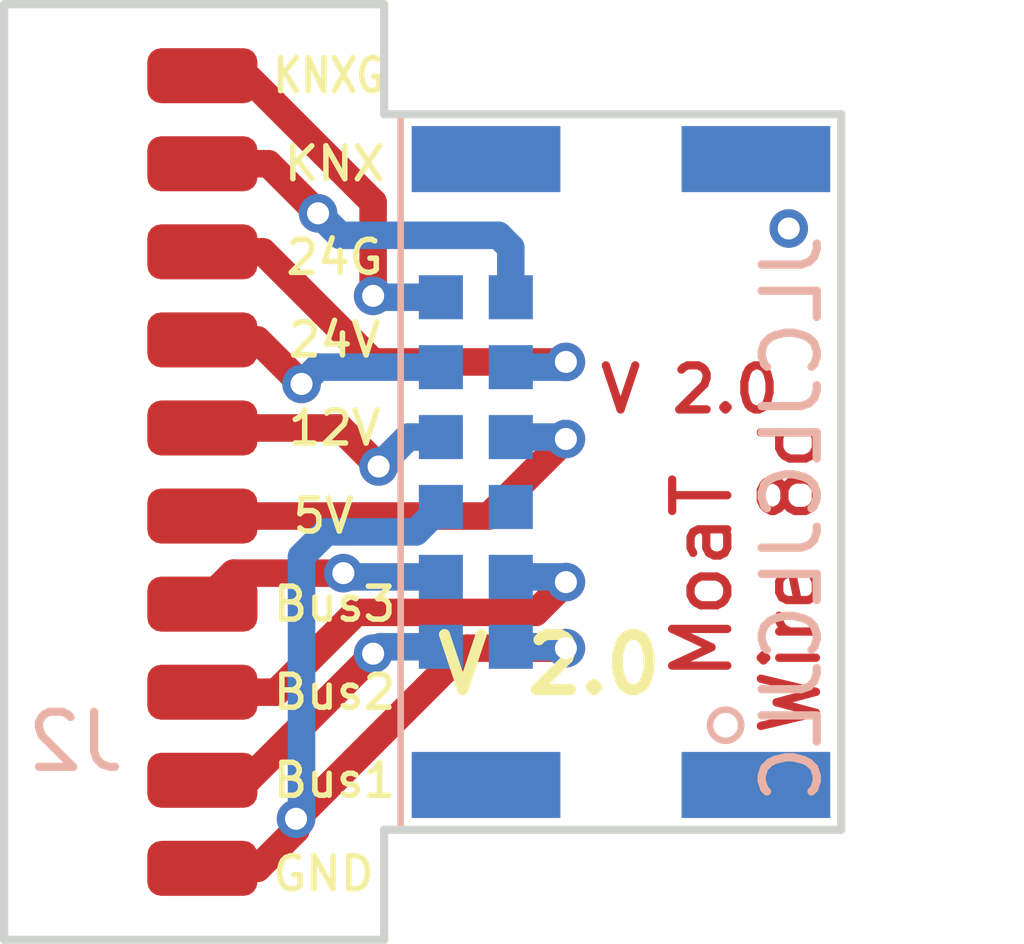
<source format=kicad_pcb>
(kicad_pcb (version 20220225) (generator pcbnew)
  (layers (0 "F.Cu" signal) (31 "B.Cu" signal) (34 "B.Paste" user) (35 "F.Paste" user) (36 "B.SilkS" user "B.Silkscreen") (37 "F.SilkS" user "F.Silkscreen") (38 "B.Mask" user) (39 "F.Mask" user) (44 "Edge.Cuts" user))
  (net 0 "")
  (net 1 "/12V")
  (net 2 "/GND")
  (net 3 "/GNDPWR")
  (net 4 "/24V")
  (net 5 "/Bus2")
  (net 6 "/Bus1")
  (net 7 "/Bus3")
  (net 8 "/5V")
  (net 10 "/KNX")
  (net 11 "/GKNX")
  (footprint "Connector_Wire:SolderWirePad_1x01_SMD_1x2mm" (layer "F.Cu") (at 26.4 56.8 -90)
    (fp_text reference "J3" hide)
    (fp_text value "Bus1" (at 0 -2.4 -180) (layer "F.SilkS") (effects (font (size 0.6 0.6) (thickness 0.1) bold)))
    (pad "1" smd roundrect (at 0 0 270) (size 1 2) (layers "F.Cu" "F.Paste" "F.Mask") (net 6 "/Bus1"))
  )
  (footprint "Connector_Wire:SolderWirePad_1x01_SMD_1x2mm" (layer "F.Cu") (at 26.4 50.4 -90)
    (fp_text reference "J7" hide)
    (fp_text value "12V" (at 0 -2.4 -180) (layer "F.SilkS") (effects (font (size 0.6 0.6) (thickness 0.1) bold)))
    (pad "1" smd roundrect (at 0 0 270) (size 1 2) (layers "F.Cu" "F.Paste" "F.Mask") (net 1 "/12V"))
  )
  (footprint "MountingHole:MountingHole_2.1mm" (layer "F.Cu") (at 24.2 44)
    (fp_text reference "REF**" hide)
    (fp_text value "MountingHole_2.1mm" hide)
    (pad "" np_thru_hole circle (at 0 0) (size 0.1 0.1) (drill 1) (layers F&B.Cu *.Mask))
  )
  (footprint "Connector_Wire:SolderWirePad_1x01_SMD_1x2mm" (layer "F.Cu") (at 26.4 52 -90)
    (fp_text reference "J6" hide)
    (fp_text value "5V" (at 0 -2.2 -180) (layer "F.SilkS") (effects (font (size 0.6 0.6) (thickness 0.1) bold)))
    (pad "1" smd roundrect (at 0 0 270) (size 1 2) (layers "F.Cu" "F.Paste" "F.Mask") (net 8 "/5V"))
  )
  (footprint "MountingHole:MountingHole_2.1mm" (layer "F.Cu") (at 24.2 50.4)
    (fp_text reference "REF**" hide)
    (fp_text value "MountingHole_2.1mm" hide)
    (pad "" np_thru_hole circle (at 0 0) (size 0.1 0.1) (drill 1) (layers F&B.Cu *.Mask))
  )
  (footprint "MountingHole:MountingHole_2.1mm" (layer "F.Cu") (at 24.2 47.2)
    (fp_text reference "REF**" hide)
    (fp_text value "MountingHole_2.1mm" hide)
    (pad "" np_thru_hole circle (at 0 0) (size 0.1 0.1) (drill 1) (layers F&B.Cu *.Mask))
  )
  (footprint "Connector_Wire:SolderWirePad_1x01_SMD_1x2mm" (layer "F.Cu") (at 26.4 44 -90)
    (fp_text reference "J11" hide)
    (fp_text value "KNXG" (at 0 -2.3 -180) (layer "F.SilkS") (effects (font (size 0.6 0.5) (thickness 0.1) bold)))
    (pad "1" smd roundrect (at 0 0 270) (size 1 2) (layers "F.Cu" "F.Paste" "F.Mask") (net 11 "/GKNX"))
  )
  (footprint "MountingHole:MountingHole_2.1mm" (layer "F.Cu") (at 24.2 45.6)
    (fp_text reference "REF**" hide)
    (fp_text value "MountingHole_2.1mm" hide)
    (pad "" np_thru_hole circle (at 0 0) (size 0.1 0.1) (drill 1) (layers F&B.Cu *.Mask))
  )
  (footprint "MountingHole:MountingHole_2.1mm" (layer "F.Cu") (at 24.2 48.8)
    (fp_text reference "REF**" hide)
    (fp_text value "MountingHole_2.1mm" hide)
    (pad "" np_thru_hole circle (at 0 0) (size 0.1 0.1) (drill 1) (layers F&B.Cu *.Mask))
  )
  (footprint "Connector_Wire:SolderWirePad_1x01_SMD_1x2mm" (layer "F.Cu") (at 26.4 58.4 -90)
    (fp_text reference "J1" hide)
    (fp_text value "GND" (at 0.1 -2.2 -180) (layer "F.SilkS") (effects (font (size 0.6 0.6) (thickness 0.1) bold)))
    (pad "1" smd roundrect (at 0 0 270) (size 1 2) (layers "F.Cu" "F.Paste" "F.Mask") (net 2 "/GND"))
  )
  (footprint "MountingHole:MountingHole_2.1mm" (layer "F.Cu") (at 24.2 52)
    (fp_text reference "REF**" hide)
    (fp_text value "MountingHole_2.1mm" hide)
    (pad "" np_thru_hole circle (at 0 0) (size 0.1 0.1) (drill 1) (layers F&B.Cu *.Mask))
  )
  (footprint "MountingHole:MountingHole_2.1mm" (layer "F.Cu") (at 24.2 55.2)
    (fp_text reference "REF**" hide)
    (fp_text value "MountingHole_2.1mm" hide)
    (pad "" np_thru_hole circle (at 0 0) (size 0.1 0.1) (drill 1) (layers F&B.Cu *.Mask))
  )
  (footprint "Connector_Wire:SolderWirePad_1x01_SMD_1x2mm" (layer "F.Cu") (at 26.4 55.2 -90)
    (fp_text reference "J4" hide)
    (fp_text value "Bus2" (at 0 -2.4 -180) (layer "F.SilkS") (effects (font (size 0.6 0.6) (thickness 0.1) bold)))
    (pad "1" smd roundrect (at 0 0 270) (size 1 2) (layers "F.Cu" "F.Paste" "F.Mask") (net 5 "/Bus2"))
  )
  (footprint "Connector_Wire:SolderWirePad_1x01_SMD_1x2mm" (layer "F.Cu") (at 26.4 47.2 -90)
    (fp_text reference "J9" hide)
    (fp_text value "24G" (at 0.1 -2.4 -180) (layer "F.SilkS") (effects (font (size 0.6 0.6) (thickness 0.1) bold)))
    (pad "1" smd roundrect (at 0 0 270) (size 1 2) (layers "F.Cu" "F.Paste" "F.Mask") (net 3 "/GNDPWR"))
  )
  (footprint "MountingHole:MountingHole_2.1mm" (layer "F.Cu") (at 24.2 58.4)
    (fp_text reference "REF**" hide)
    (fp_text value "MountingHole_2.1mm" hide)
    (pad "" np_thru_hole circle (at 0 0) (size 0.1 0.1) (drill 1) (layers F&B.Cu *.Mask))
  )
  (footprint "Connector_Wire:SolderWirePad_1x01_SMD_1x2mm" (layer "F.Cu") (at 26.4 45.6 -90)
    (fp_text reference "J10" hide)
    (fp_text value "KNX" (at 0 -2.4 -180) (layer "F.SilkS") (effects (font (size 0.6 0.6) (thickness 0.1) bold)))
    (pad "1" smd roundrect (at 0 0 270) (size 1 2) (layers "F.Cu" "F.Paste" "F.Mask") (net 10 "/KNX"))
  )
  (footprint "MountingHole:MountingHole_2.1mm" (layer "F.Cu") (at 24.2 53.6)
    (fp_text reference "REF**" hide)
    (fp_text value "MountingHole_2.1mm" hide)
    (pad "" np_thru_hole circle (at 0 0) (size 0.1 0.1) (drill 1) (layers F&B.Cu *.Mask))
  )
  (footprint "Connector_Wire:SolderWirePad_1x01_SMD_1x2mm" (layer "F.Cu") (at 26.4 48.8 -90)
    (fp_text reference "J8" hide)
    (fp_text value "24V" (at 0 -2.4 -180) (layer "F.SilkS") (effects (font (size 0.6 0.6) (thickness 0.1) bold)))
    (pad "1" smd roundrect (at 0 0 270) (size 1 2) (layers "F.Cu" "F.Paste" "F.Mask") (net 4 "/24V"))
  )
  (footprint "MountingHole:MountingHole_2.1mm" (layer "F.Cu") (at 24.2 56.8)
    (fp_text reference "REF**" hide)
    (fp_text value "MountingHole_2.1mm" hide)
    (pad "" np_thru_hole circle (at 0 0) (size 0.1 0.1) (drill 1) (layers F&B.Cu *.Mask))
  )
  (footprint "Connector_Wire:SolderWirePad_1x01_SMD_1x2mm" (layer "F.Cu") (at 26.4 53.6 -90)
    (fp_text reference "J5" hide)
    (fp_text value "Bus3" (at 0 -2.4 -180) (layer "F.SilkS") (effects (font (size 0.6 0.6) (thickness 0.1) bold)))
    (pad "1" smd roundrect (at 0 0 270) (size 1 2) (layers "F.Cu" "F.Paste" "F.Mask") (net 7 "/Bus3"))
  )
  (footprint "localstuff:MoaT_12_Pin_H" (layer "B.Cu") (at 34 51.2 -90)
    (fp_text reference "J2" (at 4.9 9.9 180) (layer "B.SilkS") (effects (justify mirror)))
    (fp_text value "Moat_Wire_12")
    (fp_line (start -6.5 -4) (end -6.5 4) (stroke (width 0.12)) (layer "B.SilkS"))
    (fp_line (start -6.5 4) (end 6.5 4) (stroke (width 0.12)) (layer "B.SilkS"))
    (fp_line (start 6.5 -4) (end -6.5 -4) (stroke (width 0.12)) (layer "B.SilkS"))
    (fp_line (start 6.5 -4) (end 6.5 4) (stroke (width 0.12)) (layer "B.SilkS"))
    (fp_circle (center 4.6 -1.9) (end 4.4 -2.1) (stroke (width 0.12)) (fill none) (layer "B.SilkS"))
    (pad "" smd rect (at -5.685 -2.45 180) (size 2.7 1.2) (layers "B.Cu" "B.Paste" "B.Mask"))
    (pad "" smd rect (at -5.685 2.45 180) (size 2.7 1.2) (layers "B.Cu" "B.Paste" "B.Mask"))
    (pad "" np_thru_hole circle (at -5.385 0 180) (size 1.65 1.65) (drill 1.65) (layers F&B.Cu))
    (pad "" np_thru_hole circle (at 5.385 0) (size 1.65 1.65) (drill 1.65) (layers F&B.Cu))
    (pad "" smd rect (at 5.685 -2.45) (size 2.7 1.2) (layers "B.Cu" "B.Paste" "B.Mask"))
    (pad "" smd rect (at 5.685 2.45) (size 2.7 1.2) (layers "B.Cu" "B.Paste" "B.Mask"))
    (pad "1" smd rect locked (at 3.175 2) (size 0.8 0.8) (layers "B.Cu" "B.Paste" "B.Mask") (net 2 "/GND"))
    (pad "2" smd rect locked (at 3.175 3.27) (size 0.8 0.8) (layers "B.Cu" "B.Paste" "B.Mask") (net 6 "/Bus1"))
    (pad "3" smd rect locked (at 1.905 2) (size 0.8 0.8) (layers "B.Cu" "B.Paste" "B.Mask") (net 5 "/Bus2"))
    (pad "4" smd rect locked (at 1.905 3.27) (size 0.8 0.8) (layers "B.Cu" "B.Paste" "B.Mask") (net 7 "/Bus3"))
    (pad "5" smd rect locked (at 0.635 2) (size 0.8 0.8) (layers "B.Cu" "B.Paste" "B.Mask"))
    (pad "6" smd rect locked (at 0.635 3.27) (size 0.8 0.8) (layers "B.Cu" "B.Paste" "B.Mask") (net 2 "/GND"))
    (pad "7" smd rect locked (at -0.635 2) (size 0.8 0.8) (layers "B.Cu" "B.Paste" "B.Mask") (net 8 "/5V"))
    (pad "8" smd rect locked (at -0.635 3.27) (size 0.8 0.8) (layers "B.Cu" "B.Paste" "B.Mask") (net 1 "/12V"))
    (pad "9" smd rect locked (at -1.905 2) (size 0.8 0.8) (layers "B.Cu" "B.Paste" "B.Mask") (net 3 "/GNDPWR"))
    (pad "10" smd rect locked (at -1.905 3.27) (size 0.8 0.8) (layers "B.Cu" "B.Paste" "B.Mask") (net 4 "/24V"))
    (pad "11" smd rect locked (at -3.175 2) (size 0.8 0.8) (layers "B.Cu" "B.Paste" "B.Mask") (net 10 "/KNX"))
    (pad "12" smd rect locked (at -3.175 3.27) (size 0.8 0.8) (layers "B.Cu" "B.Paste" "B.Mask") (net 11 "/GKNX"))
  )
  (gr_line (start 22.8 42.7) (end 22.8 59.7) (stroke (width 0.15)) (layer "Edge.Cuts"))
  (gr_line (start 29.7 59.7) (end 29.7 57.7) (stroke (width 0.15)) (layer "Edge.Cuts"))
  (gr_line (start 38 57.7) (end 29.7 57.7) (stroke (width 0.15)) (layer "Edge.Cuts"))
  (gr_line (start 22.8 59.7) (end 29.7 59.7) (stroke (width 0.15)) (layer "Edge.Cuts"))
  (gr_line (start 29.7 44.7) (end 38 44.7) (stroke (width 0.15)) (layer "Edge.Cuts"))
  (gr_line (start 29.7 42.7) (end 29.7 44.7) (stroke (width 0.15)) (layer "Edge.Cuts"))
  (gr_line (start 22.8 42.7) (end 29.7 42.7) (stroke (width 0.15)) (layer "Edge.Cuts"))
  (gr_line (start 38 44.7) (end 38 57.7) (stroke (width 0.15)) (layer "Edge.Cuts"))
  (gr_text "V 2.0" (at 35.25 49.7) (layer "F.Cu") (effects (font (size 0.8 0.8))))
  (gr_text "MoaT\nWire 8d" (at 36.28 53.098 90) (layer "F.Cu") (effects (font (size 1 1))))
  (gr_text "JLCJLCJLCJLC" (at 37.1 52.05 90) (layer "B.SilkS") (effects (font (size 1 1)) (justify mirror)))
  (gr_text "V 2.0" (at 32.7 54.7) (layer "F.SilkS") (effects (font (size 1 1) (thickness 0.2))))
  (segment (start 26.4 50.4) (end 28.9 50.4) (width 0.5) (layer "F.Cu") (net 1))
  (segment (start 28.9 50.4) (end 29.6 51.1) (width 0.5) (layer "F.Cu") (net 1))
  (via (at 29.6 51.1) (size 0.7) (drill 0.4) (layers "F.Cu" "B.Cu") (net 1))
  (segment (start 30.73 50.565) (end 30.135 50.565) (width 0.5) (layer "B.Cu") (net 1))
  (segment (start 30.135 50.565) (end 29.6 51.1) (width 0.5) (layer "B.Cu") (net 1))
  (segment (start 26.4 58.4) (end 27.4 58.4) (width 0.5) (layer "F.Cu") (net 2))
  (segment (start 31.2 54.4) (end 28.1 57.5) (width 0.5) (layer "F.Cu") (net 2))
  (segment (start 28.1 57.7) (end 28.1 57.5) (width 0.5) (layer "F.Cu") (net 2))
  (segment (start 27.4 58.4) (end 28.1 57.7) (width 0.5) (layer "F.Cu") (net 2))
  (segment (start 33 54.4) (end 31.2 54.4) (width 0.5) (layer "F.Cu") (net 2))
  (via (at 28.1 57.5) (size 0.7) (drill 0.4) (layers "F.Cu" "B.Cu") (net 2))
  (via (at 33 54.4) (size 0.7) (drill 0.4) (layers "F.Cu" "B.Cu") (net 2))
  (via (at 37.046 46.776) (size 0.7) (drill 0.4) (layers "F.Cu" "B.Cu") (net 2))
  (segment (start 30.73 51.835) (end 30.277304 52.287696) (width 0.5) (layer "B.Cu") (net 2))
  (segment (start 30.277304 52.287696) (end 28.648978 52.287696) (width 0.5) (layer "B.Cu") (net 2))
  (segment (start 32.975 54.375) (end 33 54.4) (width 0.5) (layer "B.Cu") (net 2))
  (segment (start 28.2 52.736674) (end 28.2 57.4) (width 0.5) (layer "B.Cu") (net 2))
  (segment (start 28.2 57.4) (end 28.1 57.5) (width 0.5) (layer "B.Cu") (net 2))
  (segment (start 32 54.375) (end 32.975 54.375) (width 0.5) (layer "B.Cu") (net 2))
  (segment (start 28.648978 52.287696) (end 28.2 52.736674) (width 0.5) (layer "B.Cu") (net 2))
  (segment (start 29.5 49.2) (end 33 49.2) (width 0.5) (layer "F.Cu") (net 3))
  (segment (start 26.4 47.2) (end 27.5 47.2) (width 0.5) (layer "F.Cu") (net 3))
  (segment (start 27.5 47.2) (end 29.5 49.2) (width 0.5) (layer "F.Cu") (net 3))
  (via (at 33 49.2) (size 0.7) (drill 0.4) (layers "F.Cu" "B.Cu") (net 3))
  (segment (start 32 49.295) (end 32.905 49.295) (width 0.5) (layer "B.Cu") (net 3))
  (segment (start 32.905 49.295) (end 33 49.2) (width 0.5) (layer "B.Cu") (net 3))
  (segment (start 26.4 48.8) (end 27.4 48.8) (width 0.5) (layer "F.Cu") (net 4))
  (segment (start 27.4 48.8) (end 28.2 49.6) (width 0.5) (layer "F.Cu") (net 4))
  (via (at 28.2 49.6) (size 0.7) (drill 0.4) (layers "F.Cu" "B.Cu") (net 4))
  (segment (start 30.73 49.295) (end 28.505 49.295) (width 0.5) (layer "B.Cu") (net 4))
  (segment (start 28.505 49.295) (end 28.2 49.6) (width 0.5) (layer "B.Cu") (net 4))
  (segment (start 27.740044 55.2) (end 29.189545 53.750499) (width 0.5) (layer "F.Cu") (net 5))
  (segment (start 26.4 55.2) (end 27.740044 55.2) (width 0.5) (layer "F.Cu") (net 5))
  (segment (start 29.189545 53.750499) (end 32.449501 53.750499) (width 0.5) (layer "F.Cu") (net 5))
  (segment (start 32.449501 53.750499) (end 33 53.2) (width 0.5) (layer "F.Cu") (net 5))
  (via (at 33 53.2) (size 0.7) (drill 0.4) (layers "F.Cu" "B.Cu") (net 5))
  (segment (start 32 53.105) (end 32.905 53.105) (width 0.5) (layer "B.Cu") (net 5))
  (segment (start 32.905 53.105) (end 33 53.2) (width 0.5) (layer "B.Cu") (net 5))
  (segment (start 27.218547 56.8) (end 29.5 54.518547) (width 0.5) (layer "F.Cu") (net 6))
  (segment (start 29.5 54.518547) (end 29.5 54.5) (width 0.5) (layer "F.Cu") (net 6))
  (segment (start 26.4 56.8) (end 27.218547 56.8) (width 0.5) (layer "F.Cu") (net 6))
  (via (at 29.5 54.5) (size 0.7) (drill 0.4) (layers "F.Cu" "B.Cu") (net 6))
  (segment (start 29.625 54.375) (end 29.5 54.5) (width 0.5) (layer "B.Cu") (net 6))
  (segment (start 30.73 54.375) (end 29.625 54.375) (width 0.5) (layer "B.Cu") (net 6))
  (segment (start 26.4 53.6) (end 26.962803 53.037197) (width 0.5) (layer "F.Cu") (net 7))
  (segment (start 26.962803 53.037197) (end 28.959433 53.037197) (width 0.5) (layer "F.Cu") (net 7))
  (via (at 28.959433 53.037197) (size 0.7) (drill 0.4) (layers "F.Cu" "B.Cu") (net 7))
  (segment (start 29.027236 53.105) (end 28.959433 53.037197) (width 0.5) (layer "B.Cu") (net 7))
  (segment (start 30.73 53.105) (end 29.027236 53.105) (width 0.5) (layer "B.Cu") (net 7))
  (segment (start 26.4 52) (end 31.6 52) (width 0.5) (layer "F.Cu") (net 8))
  (segment (start 31.6 52) (end 33 50.6) (width 0.5) (layer "F.Cu") (net 8))
  (via (at 33 50.6) (size 0.7) (drill 0.4) (layers "F.Cu" "B.Cu") (net 8))
  (segment (start 32 50.565) (end 32.965 50.565) (width 0.5) (layer "B.Cu") (net 8))
  (segment (start 32.965 50.565) (end 33 50.6) (width 0.5) (layer "B.Cu") (net 8))
  (segment (start 27.6 45.6) (end 28.5 46.5) (width 0.5) (layer "F.Cu") (net 10))
  (segment (start 26.4 45.6) (end 27.6 45.6) (width 0.5) (layer "F.Cu") (net 10))
  (via (at 28.5 46.5) (size 0.7) (drill 0.4) (layers "F.Cu" "B.Cu") (net 10))
  (segment (start 32 47.125) (end 31.775 46.9) (width 0.5) (layer "B.Cu") (net 10))
  (segment (start 31.775 46.9) (end 28.9 46.9) (width 0.5) (layer "B.Cu") (net 10))
  (segment (start 28.9 46.9) (end 28.5 46.5) (width 0.5) (layer "B.Cu") (net 10))
  (segment (start 32 48.025) (end 32 47.125) (width 0.5) (layer "B.Cu") (net 10))
  (segment (start 29.5 46.3) (end 29.5 48) (width 0.5) (layer "F.Cu") (net 11))
  (segment (start 26.4 44) (end 27.2 44) (width 0.5) (layer "F.Cu") (net 11))
  (segment (start 27.2 44) (end 29.5 46.3) (width 0.5) (layer "F.Cu") (net 11))
  (via (at 29.5 48) (size 0.7) (drill 0.4) (layers "F.Cu" "B.Cu") (net 11))
  (segment (start 29.525 48.025) (end 29.5 48) (width 0.5) (layer "B.Cu") (net 11))
  (segment (start 30.73 48.025) (end 29.525 48.025) (width 0.5) (layer "B.Cu") (net 11))
)
</source>
